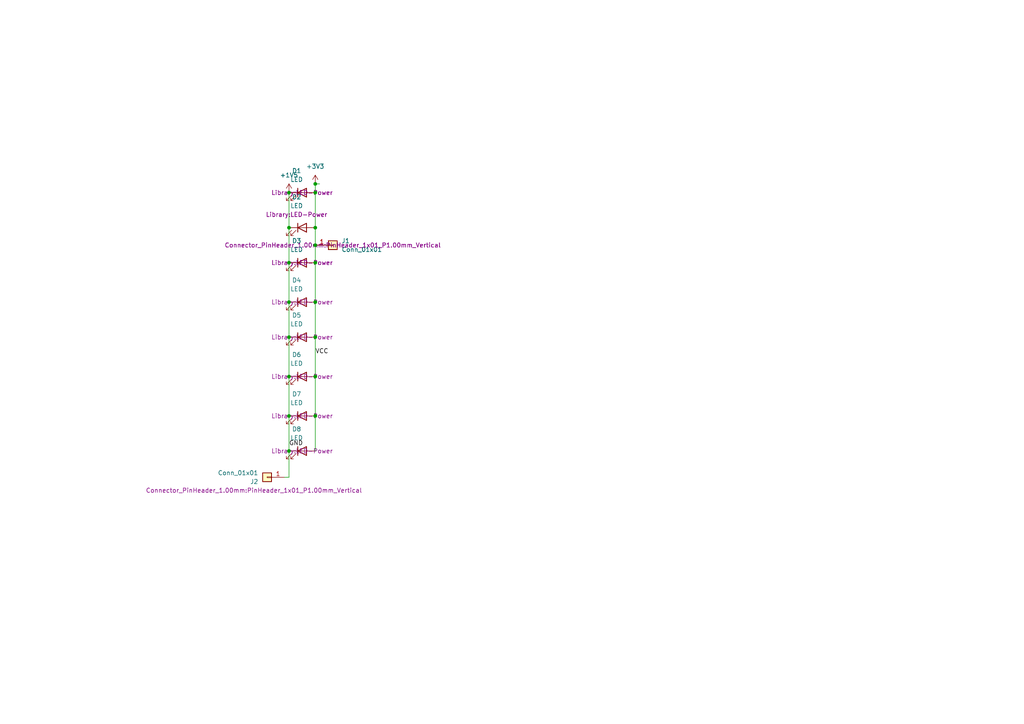
<source format=kicad_sch>
(kicad_sch (version 20211123) (generator eeschema)
  (paper "A4")
  (lib_symbols
    (symbol "Connector_Generic:Conn_01x01" (pin_names (offset 1.016) hide)
      (property "Reference" "J" (at 0 2.54 0))
      (property "Value" "Conn_01x01" (at 0 -2.54 0))
      (symbol "Conn_01x01_1_1"
        (rectangle (start -1.27 0.127) (end 0 -0.127) (stroke (width 0.1524)))
        (rectangle (start -1.27 1.27) (end 1.27 -1.27) (stroke (width 0.254)) (fill (type background)))
        (pin passive line (at -5.08 0 0) (length 3.81) (name "Pin_1") (number "1"))
      )
    )
    (symbol "Device:LED" (pin_numbers hide) (pin_names (offset 1.016) hide)
      (property "Reference" "D" (at 0 2.54 0))
      (property "Value" "LED" (at 0 -2.54 0))
      (symbol "LED_0_1"
        (polyline (pts (xy -1.27 -1.27) (xy -1.27 1.27)) (stroke (width 0.254)))
        (polyline (pts (xy -1.27 0) (xy 1.27 0)))
        (polyline (pts (xy 1.27 -1.27) (xy 1.27 1.27) (xy -1.27 0) (xy 1.27 -1.27)) (stroke (width 0.254)))
        (polyline (pts (xy -3.048 -0.762) (xy -4.572 -2.286) (xy -3.81 -2.286) (xy -4.572 -2.286) (xy -4.572 -1.524)))
        (polyline (pts (xy -1.778 -0.762) (xy -3.302 -2.286) (xy -2.54 -2.286) (xy -3.302 -2.286) (xy -3.302 -1.524)))
      )
      (symbol "LED_1_1"
        (pin passive line (at -3.81 0 0) (length 2.54) (name "K") (number "1"))
        (pin passive line (at 3.81 0 180) (length 2.54) (name "A") (number "2"))
      )
    )
    (symbol "power:+1V5" (power) (pin_names (offset 0))
      (property "Value" "+1V5" (at 0 3.556 0))
      (symbol "+1V5_0_1"
        (polyline (pts (xy -0.762 1.27) (xy 0 2.54)))
        (polyline (pts (xy 0 0) (xy 0 2.54)))
        (polyline (pts (xy 0 2.54) (xy 0.762 1.27)))
      )
      (symbol "+1V5_1_1"
        (pin power_in line (at 0 0 90) (length 0) hide (name "+1V5") (number "1"))
      )
    )
    (symbol "power:+3V3" (power) (pin_names (offset 0))
      (property "Value" "+3V3" (at 0 3.556 0))
      (symbol "+3V3_0_1"
        (polyline (pts (xy -0.762 1.27) (xy 0 2.54)))
        (polyline (pts (xy 0 0) (xy 0 2.54)))
        (polyline (pts (xy 0 2.54) (xy 0.762 1.27)))
      )
      (symbol "+3V3_1_1"
        (pin power_in line (at 0 0 90) (length 0) hide (name "+3V3") (number "1"))
      )
    )
  )
  (junction (at 83.82 109.22))
  (junction (at 83.82 76.2))
  (junction (at 91.44 109.22))
  (junction (at 91.44 55.88))
  (junction (at 91.44 66.04))
  (junction (at 91.44 53.34))
  (junction (at 91.44 76.2))
  (junction (at 83.82 120.65))
  (junction (at 91.44 71.12))
  (junction (at 83.82 130.81))
  (junction (at 91.44 87.63))
  (junction (at 91.44 97.79))
  (junction (at 91.44 120.65))
  (junction (at 83.82 66.04))
  (junction (at 83.82 55.88))
  (junction (at 83.82 97.79))
  (junction (at 83.82 87.63))
  (wire (pts (xy 91.44 76.2) (xy 91.44 87.63)))
  (wire (pts (xy 91.44 97.79) (xy 91.44 109.22)))
  (wire (pts (xy 83.82 130.81) (xy 83.82 138.43)))
  (wire (pts (xy 83.82 120.65) (xy 83.82 130.81)))
  (wire (pts (xy 83.82 76.2) (xy 83.82 87.63)))
  (wire (pts (xy 83.82 55.88) (xy 83.82 66.04)))
  (wire (pts (xy 83.82 138.43) (xy 82.55 138.43)))
  (wire (pts (xy 91.44 55.88) (xy 91.44 66.04)))
  (wire (pts (xy 91.44 66.04) (xy 91.44 71.12)))
  (wire (pts (xy 91.44 55.88) (xy 91.44 53.34)))
  (wire (pts (xy 91.44 87.63) (xy 91.44 97.79)))
  (wire (pts (xy 83.82 109.22) (xy 83.82 120.65)))
  (wire (pts (xy 91.44 53.34) (xy 92.71 53.34)))
  (wire (pts (xy 83.82 66.04) (xy 83.82 76.2)))
  (wire (pts (xy 91.44 120.65) (xy 91.44 130.81)))
  (wire (pts (xy 83.82 87.63) (xy 83.82 97.79)))
  (wire (pts (xy 83.82 97.79) (xy 83.82 109.22)))
  (wire (pts (xy 91.44 71.12) (xy 91.44 76.2)))
  (wire (pts (xy 91.44 109.22) (xy 91.44 120.65)))
  (label "GND" (at 83.82 129.54 0))
  (label "VCC" (at 91.44 102.87 0))
  (symbol (lib_id "Connector_Generic:Conn_01x01") (at 77.47 138.43 180) (unit 1)
    (property "Reference" "J2" (at 74.93 139.7001 0) (effects (justify left)))
    (property "Value" "Conn_01x01" (at 74.93 137.1601 0) (effects (justify left)))
    (property "Footprint" "Connector_PinHeader_1.00mm:PinHeader_1x01_P1.00mm_Vertical" (at 73.66 142.24 0))
  )
  (symbol (lib_id "Device:LED") (at 87.63 66.04 0) (unit 1)
    (property "Reference" "D2" (at 86.0425 57.15 0))
    (property "Value" "LED" (at 86.0425 59.69 0))
    (property "Footprint" "Library:LED-Power" (at 86.0425 62.23 0))
  )
  (symbol (lib_id "Device:LED") (at 87.63 97.79 0) (unit 1)
    (property "Reference" "D5" (at 86.0425 91.44 0))
    (property "Value" "LED" (at 86.0425 93.98 0))
    (property "Footprint" "Library:LED-Power" (at 87.63 97.79 0))
  )
  (symbol (lib_id "Device:LED") (at 87.63 87.63 0) (unit 1)
    (property "Reference" "D4" (at 86.0425 81.28 0))
    (property "Value" "LED" (at 86.0425 83.82 0))
    (property "Footprint" "Library:LED-Power" (at 87.63 87.63 0))
  )
  (symbol (lib_id "power:+1V5") (at 83.82 55.88 0) (unit 1)
    (property "Reference" "#PWR0102" (effects hide))
    (property "Value" "+1V5" (at 83.82 50.8 0))
  )
  (symbol (lib_id "Connector_Generic:Conn_01x01") (at 96.52 71.12 0) (unit 1)
    (property "Reference" "J1" (at 99.06 69.8499 0) (effects (justify left)))
    (property "Value" "Conn_01x01" (at 99.06 72.3899 0) (effects (justify left)))
    (property "Footprint" "Connector_PinHeader_1.00mm:PinHeader_1x01_P1.00mm_Vertical" (at 96.52 71.12 0))
  )
  (symbol (lib_id "Device:LED") (at 87.63 120.65 0) (unit 1)
    (property "Reference" "D7" (at 86.0425 114.3 0))
    (property "Value" "LED" (at 86.0425 116.84 0))
    (property "Footprint" "Library:LED-Power" (at 87.63 120.65 0))
  )
  (symbol (lib_id "Device:LED") (at 87.63 76.2 0) (unit 1)
    (property "Reference" "D3" (at 86.0425 69.85 0))
    (property "Value" "LED" (at 86.0425 72.39 0))
    (property "Footprint" "Library:LED-Power" (at 87.63 76.2 0))
  )
  (symbol (lib_id "Device:LED") (at 87.63 109.22 0) (unit 1)
    (property "Reference" "D6" (at 86.0425 102.87 0))
    (property "Value" "LED" (at 86.0425 105.41 0))
    (property "Footprint" "Library:LED-Power" (at 87.63 109.22 0))
  )
  (symbol (lib_id "Device:LED") (at 87.63 55.88 0) (unit 1)
    (property "Reference" "D1" (at 86.0425 49.53 0))
    (property "Value" "LED" (at 86.0425 52.07 0))
    (property "Footprint" "Library:LED-Power" (at 87.63 55.88 0))
  )
  (symbol (lib_id "power:+3V3") (at 91.44 53.34 0) (unit 1)
    (property "Reference" "#PWR0101" (effects hide))
    (property "Value" "+3V3" (at 91.44 48.26 0))
  )
  (symbol (lib_id "Device:LED") (at 87.63 130.81 0) (unit 1)
    (property "Reference" "D8" (at 86.0425 124.46 0))
    (property "Value" "LED" (at 86.0425 127 0))
    (property "Footprint" "Library:LED-Power" (at 87.63 130.81 0))
  )
)
</source>
